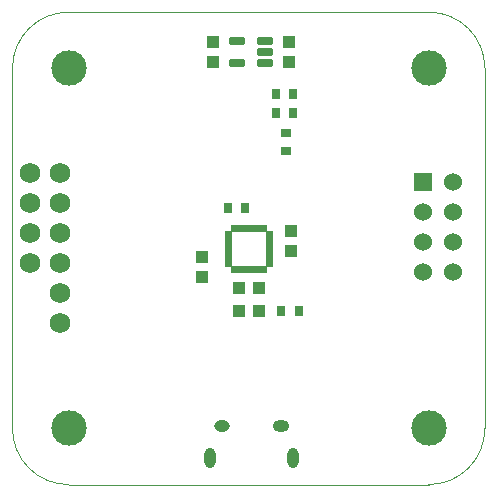
<source format=gbr>
%TF.GenerationSoftware,KiCad,Pcbnew,7.0.1*%
%TF.CreationDate,2023-08-30T02:16:58-03:00*%
%TF.ProjectId,PCB_FC_V2,5043425f-4643-45f5-9632-2e6b69636164,rev?*%
%TF.SameCoordinates,Original*%
%TF.FileFunction,Soldermask,Bot*%
%TF.FilePolarity,Negative*%
%FSLAX46Y46*%
G04 Gerber Fmt 4.6, Leading zero omitted, Abs format (unit mm)*
G04 Created by KiCad (PCBNEW 7.0.1) date 2023-08-30 02:16:58*
%MOMM*%
%LPD*%
G01*
G04 APERTURE LIST*
G04 Aperture macros list*
%AMRoundRect*
0 Rectangle with rounded corners*
0 $1 Rounding radius*
0 $2 $3 $4 $5 $6 $7 $8 $9 X,Y pos of 4 corners*
0 Add a 4 corners polygon primitive as box body*
4,1,4,$2,$3,$4,$5,$6,$7,$8,$9,$2,$3,0*
0 Add four circle primitives for the rounded corners*
1,1,$1+$1,$2,$3*
1,1,$1+$1,$4,$5*
1,1,$1+$1,$6,$7*
1,1,$1+$1,$8,$9*
0 Add four rect primitives between the rounded corners*
20,1,$1+$1,$2,$3,$4,$5,0*
20,1,$1+$1,$4,$5,$6,$7,0*
20,1,$1+$1,$6,$7,$8,$9,0*
20,1,$1+$1,$8,$9,$2,$3,0*%
G04 Aperture macros list end*
%ADD10C,0.010000*%
%ADD11O,1.304000X1.004000*%
%ADD12O,1.404000X1.004000*%
%ADD13O,0.954000X1.704000*%
%ADD14C,1.750000*%
%ADD15R,1.524000X1.524000*%
%ADD16C,1.524000*%
%ADD17C,2.999740*%
%ADD18R,0.900000X0.650000*%
%ADD19R,0.650000X0.900000*%
%ADD20R,1.100000X1.000000*%
%ADD21R,1.000000X1.100000*%
%ADD22RoundRect,0.060000X-0.615000X0.240000X-0.615000X-0.240000X0.615000X-0.240000X0.615000X0.240000X0*%
%TA.AperFunction,Profile*%
%ADD23C,0.100000*%
%TD*%
G04 APERTURE END LIST*
%TO.C,U3*%
D10*
X138725000Y-89123757D02*
X138275000Y-89123757D01*
X138275000Y-88623757D01*
X138725000Y-88623757D01*
X138725000Y-89123757D01*
G36*
X138725000Y-89123757D02*
G01*
X138275000Y-89123757D01*
X138275000Y-88623757D01*
X138725000Y-88623757D01*
X138725000Y-89123757D01*
G37*
X138225000Y-89123757D02*
X137775000Y-89123757D01*
X137775000Y-88623757D01*
X138225000Y-88623757D01*
X138225000Y-89123757D01*
G36*
X138225000Y-89123757D02*
G01*
X137775000Y-89123757D01*
X137775000Y-88623757D01*
X138225000Y-88623757D01*
X138225000Y-89123757D01*
G37*
X137725000Y-89123757D02*
X137275000Y-89123757D01*
X137275000Y-88623757D01*
X137725000Y-88623757D01*
X137725000Y-89123757D01*
G36*
X137725000Y-89123757D02*
G01*
X137275000Y-89123757D01*
X137275000Y-88623757D01*
X137725000Y-88623757D01*
X137725000Y-89123757D01*
G37*
X137225000Y-89123757D02*
X136775000Y-89123757D01*
X136775000Y-88623757D01*
X137225000Y-88623757D01*
X137225000Y-89123757D01*
G36*
X137225000Y-89123757D02*
G01*
X136775000Y-89123757D01*
X136775000Y-88623757D01*
X137225000Y-88623757D01*
X137225000Y-89123757D01*
G37*
X136725000Y-89123757D02*
X136275000Y-89123757D01*
X136275000Y-88623757D01*
X136725000Y-88623757D01*
X136725000Y-89123757D01*
G36*
X136725000Y-89123757D02*
G01*
X136275000Y-89123757D01*
X136275000Y-88623757D01*
X136725000Y-88623757D01*
X136725000Y-89123757D01*
G37*
X136225000Y-89123757D02*
X135775000Y-89123757D01*
X135775000Y-88623757D01*
X136225000Y-88623757D01*
X136225000Y-89123757D01*
G36*
X136225000Y-89123757D02*
G01*
X135775000Y-89123757D01*
X135775000Y-88623757D01*
X136225000Y-88623757D01*
X136225000Y-89123757D01*
G37*
X139235000Y-89583757D02*
X138735000Y-89583757D01*
X138735000Y-89133757D01*
X139235000Y-89133757D01*
X139235000Y-89583757D01*
G36*
X139235000Y-89583757D02*
G01*
X138735000Y-89583757D01*
X138735000Y-89133757D01*
X139235000Y-89133757D01*
X139235000Y-89583757D01*
G37*
X135765000Y-89583757D02*
X135265000Y-89583757D01*
X135265000Y-89133757D01*
X135765000Y-89133757D01*
X135765000Y-89583757D01*
G36*
X135765000Y-89583757D02*
G01*
X135265000Y-89583757D01*
X135265000Y-89133757D01*
X135765000Y-89133757D01*
X135765000Y-89583757D01*
G37*
X139235000Y-90083757D02*
X138735000Y-90083757D01*
X138735000Y-89633757D01*
X139235000Y-89633757D01*
X139235000Y-90083757D01*
G36*
X139235000Y-90083757D02*
G01*
X138735000Y-90083757D01*
X138735000Y-89633757D01*
X139235000Y-89633757D01*
X139235000Y-90083757D01*
G37*
X135765000Y-90083757D02*
X135265000Y-90083757D01*
X135265000Y-89633757D01*
X135765000Y-89633757D01*
X135765000Y-90083757D01*
G36*
X135765000Y-90083757D02*
G01*
X135265000Y-90083757D01*
X135265000Y-89633757D01*
X135765000Y-89633757D01*
X135765000Y-90083757D01*
G37*
X139235000Y-90583757D02*
X138735000Y-90583757D01*
X138735000Y-90133757D01*
X139235000Y-90133757D01*
X139235000Y-90583757D01*
G36*
X139235000Y-90583757D02*
G01*
X138735000Y-90583757D01*
X138735000Y-90133757D01*
X139235000Y-90133757D01*
X139235000Y-90583757D01*
G37*
X135765000Y-90583757D02*
X135265000Y-90583757D01*
X135265000Y-90133757D01*
X135765000Y-90133757D01*
X135765000Y-90583757D01*
G36*
X135765000Y-90583757D02*
G01*
X135265000Y-90583757D01*
X135265000Y-90133757D01*
X135765000Y-90133757D01*
X135765000Y-90583757D01*
G37*
X139235000Y-91083757D02*
X138735000Y-91083757D01*
X138735000Y-90633757D01*
X139235000Y-90633757D01*
X139235000Y-91083757D01*
G36*
X139235000Y-91083757D02*
G01*
X138735000Y-91083757D01*
X138735000Y-90633757D01*
X139235000Y-90633757D01*
X139235000Y-91083757D01*
G37*
X135765000Y-91083757D02*
X135265000Y-91083757D01*
X135265000Y-90633757D01*
X135765000Y-90633757D01*
X135765000Y-91083757D01*
G36*
X135765000Y-91083757D02*
G01*
X135265000Y-91083757D01*
X135265000Y-90633757D01*
X135765000Y-90633757D01*
X135765000Y-91083757D01*
G37*
X139235000Y-91583757D02*
X138735000Y-91583757D01*
X138735000Y-91133757D01*
X139235000Y-91133757D01*
X139235000Y-91583757D01*
G36*
X139235000Y-91583757D02*
G01*
X138735000Y-91583757D01*
X138735000Y-91133757D01*
X139235000Y-91133757D01*
X139235000Y-91583757D01*
G37*
X135765000Y-91583757D02*
X135265000Y-91583757D01*
X135265000Y-91133757D01*
X135765000Y-91133757D01*
X135765000Y-91583757D01*
G36*
X135765000Y-91583757D02*
G01*
X135265000Y-91583757D01*
X135265000Y-91133757D01*
X135765000Y-91133757D01*
X135765000Y-91583757D01*
G37*
X139235000Y-92083757D02*
X138735000Y-92083757D01*
X138735000Y-91633757D01*
X139235000Y-91633757D01*
X139235000Y-92083757D01*
G36*
X139235000Y-92083757D02*
G01*
X138735000Y-92083757D01*
X138735000Y-91633757D01*
X139235000Y-91633757D01*
X139235000Y-92083757D01*
G37*
X135765000Y-92083757D02*
X135265000Y-92083757D01*
X135265000Y-91633757D01*
X135765000Y-91633757D01*
X135765000Y-92083757D01*
G36*
X135765000Y-92083757D02*
G01*
X135265000Y-92083757D01*
X135265000Y-91633757D01*
X135765000Y-91633757D01*
X135765000Y-92083757D01*
G37*
X138725000Y-92593757D02*
X138275000Y-92593757D01*
X138275000Y-92093757D01*
X138725000Y-92093757D01*
X138725000Y-92593757D01*
G36*
X138725000Y-92593757D02*
G01*
X138275000Y-92593757D01*
X138275000Y-92093757D01*
X138725000Y-92093757D01*
X138725000Y-92593757D01*
G37*
X138225000Y-92593757D02*
X137775000Y-92593757D01*
X137775000Y-92093757D01*
X138225000Y-92093757D01*
X138225000Y-92593757D01*
G36*
X138225000Y-92593757D02*
G01*
X137775000Y-92593757D01*
X137775000Y-92093757D01*
X138225000Y-92093757D01*
X138225000Y-92593757D01*
G37*
X137725000Y-92593757D02*
X137275000Y-92593757D01*
X137275000Y-92093757D01*
X137725000Y-92093757D01*
X137725000Y-92593757D01*
G36*
X137725000Y-92593757D02*
G01*
X137275000Y-92593757D01*
X137275000Y-92093757D01*
X137725000Y-92093757D01*
X137725000Y-92593757D01*
G37*
X137225000Y-92593757D02*
X136775000Y-92593757D01*
X136775000Y-92093757D01*
X137225000Y-92093757D01*
X137225000Y-92593757D01*
G36*
X137225000Y-92593757D02*
G01*
X136775000Y-92593757D01*
X136775000Y-92093757D01*
X137225000Y-92093757D01*
X137225000Y-92593757D01*
G37*
X136725000Y-92593757D02*
X136275000Y-92593757D01*
X136275000Y-92093757D01*
X136725000Y-92093757D01*
X136725000Y-92593757D01*
G36*
X136725000Y-92593757D02*
G01*
X136275000Y-92593757D01*
X136275000Y-92093757D01*
X136725000Y-92093757D01*
X136725000Y-92593757D01*
G37*
X136225000Y-92593757D02*
X135775000Y-92593757D01*
X135775000Y-92093757D01*
X136225000Y-92093757D01*
X136225000Y-92593757D01*
G36*
X136225000Y-92593757D02*
G01*
X135775000Y-92593757D01*
X135775000Y-92093757D01*
X136225000Y-92093757D01*
X136225000Y-92593757D01*
G37*
%TD*%
D11*
%TO.C,J6*%
X135000000Y-105658757D03*
D12*
X140000000Y-105658757D03*
D13*
X133975000Y-108358757D03*
X141025000Y-108358757D03*
%TD*%
D14*
%TO.C,J5*%
X121290000Y-84258757D03*
X121290000Y-86798757D03*
X121290000Y-89338757D03*
X121290000Y-91878757D03*
X121290000Y-94418757D03*
X121290000Y-96958757D03*
X118750000Y-84258757D03*
X118750000Y-86798757D03*
X118750000Y-89338757D03*
X118750000Y-91878757D03*
%TD*%
D15*
%TO.C,U5*%
X152050000Y-85018757D03*
D16*
X154590000Y-85018757D03*
X152050000Y-87558757D03*
X154590000Y-87558757D03*
X152050000Y-90098757D03*
X154590000Y-90098757D03*
X152050000Y-92638757D03*
X154590000Y-92638757D03*
%TD*%
D17*
%TO.C,H4*%
X122000000Y-105858757D03*
%TD*%
%TO.C,H3*%
X152500000Y-105858757D03*
%TD*%
%TO.C,H2*%
X152500000Y-75358757D03*
%TD*%
%TO.C,H1*%
X122000000Y-75358757D03*
%TD*%
D18*
%TO.C,R5*%
X140400000Y-82325000D03*
X140400000Y-80875000D03*
%TD*%
D19*
%TO.C,R10*%
X141475000Y-95908757D03*
X140025000Y-95908757D03*
%TD*%
D20*
%TO.C,C10*%
X138100000Y-95908757D03*
X136400000Y-95908757D03*
%TD*%
D19*
%TO.C,R7*%
X141025000Y-77518757D03*
X139575000Y-77518757D03*
%TD*%
D20*
%TO.C,C9*%
X138100000Y-93968757D03*
X136400000Y-93968757D03*
%TD*%
D21*
%TO.C,C7*%
X133340000Y-93068757D03*
X133340000Y-91368757D03*
%TD*%
D19*
%TO.C,R4*%
X136925000Y-87200000D03*
X135475000Y-87200000D03*
%TD*%
D21*
%TO.C,C1*%
X140650000Y-74858757D03*
X140650000Y-73158757D03*
%TD*%
%TO.C,C3*%
X134250000Y-74858757D03*
X134250000Y-73158757D03*
%TD*%
D22*
%TO.C,U2*%
X138635000Y-73058757D03*
X138635000Y-74008757D03*
X138635000Y-74958757D03*
X136265000Y-74958757D03*
X136265000Y-73058757D03*
%TD*%
D21*
%TO.C,C8*%
X140850000Y-89158757D03*
X140850000Y-90858757D03*
%TD*%
D19*
%TO.C,R6*%
X141025000Y-79168757D03*
X139575000Y-79168757D03*
%TD*%
D23*
X117250043Y-105858757D02*
G75*
G03*
X122000000Y-110608757I4749957J-43D01*
G01*
X157250043Y-75358757D02*
G75*
G03*
X152500000Y-70608757I-4750043J-43D01*
G01*
X122000000Y-70608760D02*
G75*
G03*
X117250000Y-75358757I0J-4750000D01*
G01*
X152500000Y-110608757D02*
X122000000Y-110608757D01*
X117250000Y-105858757D02*
X117250000Y-75358757D01*
X152500000Y-110608800D02*
G75*
G03*
X157250000Y-105858756I0J4750000D01*
G01*
X122000000Y-70608757D02*
X152500000Y-70608757D01*
X157250000Y-75358757D02*
X157250000Y-105858757D01*
M02*

</source>
